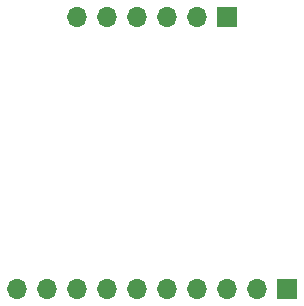
<source format=gbr>
%TF.GenerationSoftware,KiCad,Pcbnew,8.0.4*%
%TF.CreationDate,2024-09-21T22:18:03+01:00*%
%TF.ProjectId,FlipperBoard,466c6970-7065-4724-926f-6172642e6b69,rev?*%
%TF.SameCoordinates,Original*%
%TF.FileFunction,Soldermask,Top*%
%TF.FilePolarity,Negative*%
%FSLAX46Y46*%
G04 Gerber Fmt 4.6, Leading zero omitted, Abs format (unit mm)*
G04 Created by KiCad (PCBNEW 8.0.4) date 2024-09-21 22:18:03*
%MOMM*%
%LPD*%
G01*
G04 APERTURE LIST*
%ADD10O,1.700000X1.700000*%
%ADD11R,1.700000X1.700000*%
G04 APERTURE END LIST*
D10*
%TO.C,J2*%
X118000000Y-100000000D03*
X120540000Y-100000000D03*
X123080000Y-100000000D03*
X125620000Y-100000000D03*
X128160000Y-100000000D03*
D11*
X130700000Y-100000000D03*
%TD*%
%TO.C,J1*%
X135820000Y-123000000D03*
D10*
X133280000Y-123000000D03*
X130740000Y-123000000D03*
X128200000Y-123000000D03*
X125660000Y-123000000D03*
X123120000Y-123000000D03*
X120580000Y-123000000D03*
X118040000Y-123000000D03*
X115500000Y-123000000D03*
X112960000Y-123000000D03*
%TD*%
M02*

</source>
